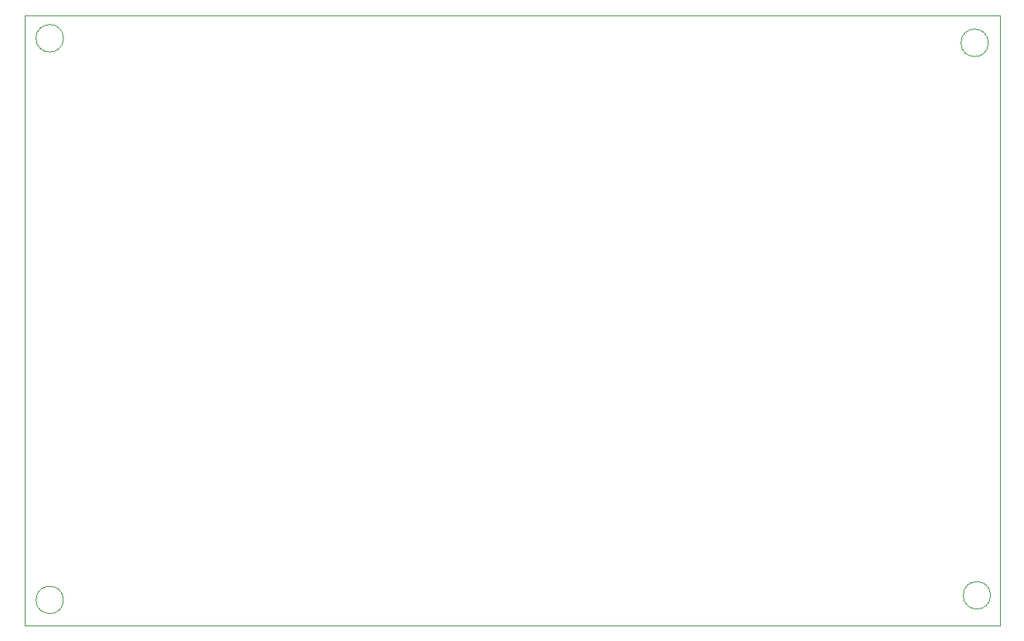
<source format=gm1>
G04 #@! TF.GenerationSoftware,KiCad,Pcbnew,(5.1.12)-1*
G04 #@! TF.CreationDate,2022-05-31T10:14:08-04:00*
G04 #@! TF.ProjectId,OMC_WIFI_PCB,4f4d435f-5749-4464-995f-5043422e6b69,rev?*
G04 #@! TF.SameCoordinates,Original*
G04 #@! TF.FileFunction,Profile,NP*
%FSLAX46Y46*%
G04 Gerber Fmt 4.6, Leading zero omitted, Abs format (unit mm)*
G04 Created by KiCad (PCBNEW (5.1.12)-1) date 2022-05-31 10:14:08*
%MOMM*%
%LPD*%
G01*
G04 APERTURE LIST*
G04 #@! TA.AperFunction,Profile*
%ADD10C,0.050000*%
G04 #@! TD*
G04 APERTURE END LIST*
D10*
X580250000Y979000000D02*
G75*
G03*
X580250000Y979000000I-1500000J0D01*
G01*
X681500000Y978500000D02*
G75*
G03*
X681500000Y978500000I-1500000J0D01*
G01*
X681750000Y918000000D02*
G75*
G03*
X681750000Y918000000I-1500000J0D01*
G01*
X580250000Y917500000D02*
G75*
G03*
X580250000Y917500000I-1500000J0D01*
G01*
X682750000Y914700000D02*
X682750000Y981500000D01*
X576000000Y914700000D02*
X682750000Y914700000D01*
X576000000Y914700000D02*
X576000000Y981500000D01*
X576000000Y981500000D02*
X682750000Y981500000D01*
M02*

</source>
